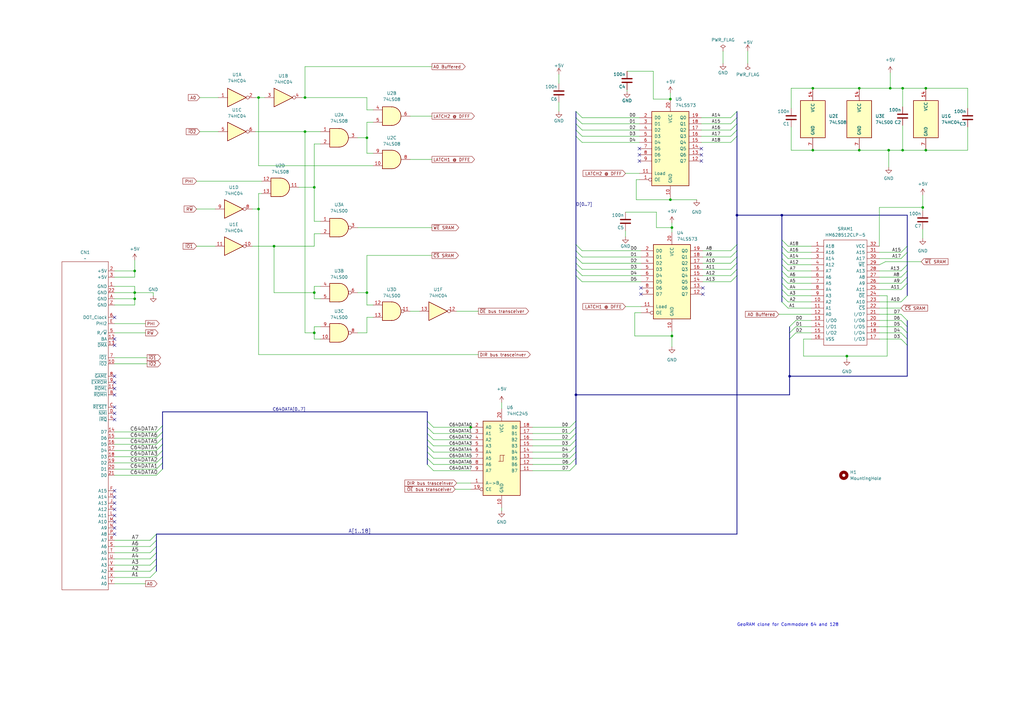
<source format=kicad_sch>
(kicad_sch (version 20231120) (generator "eeschema") (generator_version "8.0")
  (paper "A3")
  (title_block (title "GEORAM Clone") (date "2023-10-22") (rev "0") (company "Home Computer Group"))
  (junction (at 274.955 40.64))
  (junction (at 106.045 85.725))
  (junction (at 128.905 120.015))
  (junction (at 150.495 56.515))
  (junction (at 347.345 146.05))
  (junction (at 128.905 136.525))
  (junction (at 106.045 40.005))
  (junction (at 333.375 61.595))
  (junction (at 275.59 93.345))
  (junction (at 236.22 161.925))
  (junction (at 125.095 53.975))
  (junction (at 364.49 61.595))
  (junction (at 370.205 36.195))
  (junction (at 275.59 137.795))
  (junction (at 55.245 111.125))
  (junction (at 193.04 175.26))
  (junction (at 274.955 81.915))
  (junction (at 55.245 122.555))
  (junction (at 370.205 61.595))
  (junction (at 379.73 61.595))
  (junction (at 333.375 36.195))
  (junction (at 365.125 36.195))
  (junction (at 379.73 36.195))
  (junction (at 128.905 76.835))
  (junction (at 112.395 100.965))
  (junction (at 150.495 120.015))
  (junction (at 320.675 88.265))
  (junction (at 55.245 120.015))
  (junction (at 302.26 88.265))
  (junction (at 352.425 36.195))
  (junction (at 378.46 85.09))
  (junction (at 125.095 40.005))
  (junction (at 352.425 61.595))
  (junction (at 323.85 154.305))
  (no_connect (at 46.99 161.925))
  (no_connect (at 46.99 130.175))
  (no_connect (at 46.99 154.305))
  (no_connect (at 46.99 203.835))
  (no_connect (at 262.89 120.65))
  (no_connect (at 262.89 118.11))
  (no_connect (at 262.255 60.96))
  (no_connect (at 262.255 66.04))
  (no_connect (at 262.255 63.5))
  (no_connect (at 46.99 213.995))
  (no_connect (at 287.655 60.96))
  (no_connect (at 287.655 63.5))
  (no_connect (at 287.655 66.04))
  (no_connect (at 288.29 118.11))
  (no_connect (at 288.29 120.65))
  (no_connect (at 46.99 141.605))
  (no_connect (at 46.99 156.845))
  (no_connect (at 46.99 216.535))
  (no_connect (at 46.99 206.375))
  (no_connect (at 46.99 139.065))
  (no_connect (at 46.99 169.545))
  (no_connect (at 46.99 172.085))
  (no_connect (at 46.99 208.915))
  (no_connect (at 46.99 219.075))
  (no_connect (at 46.99 211.455))
  (no_connect (at 46.99 159.385))
  (no_connect (at 46.99 201.295))
  (no_connect (at 46.99 167.005))
  (bus_entry (at 233.68 182.88) (size 2.54 -2.54))
  (bus_entry (at 233.68 185.42) (size 2.54 -2.54))
  (bus_entry (at 233.68 177.8) (size 2.54 -2.54))
  (bus_entry (at 233.68 180.34) (size 2.54 -2.54))
  (bus_entry (at 233.68 175.26) (size 2.54 -2.54))
  (bus_entry (at 233.68 190.5) (size 2.54 -2.54))
  (bus_entry (at 233.68 187.96) (size 2.54 -2.54))
  (bus_entry (at 233.68 193.04) (size 2.54 -2.54))
  (bus_entry (at 236.22 113.03) (size 2.54 2.54))
  (bus_entry (at 64.135 194.945) (size 2.54 -2.54))
  (bus_entry (at 61.595 231.775) (size 2.54 -2.54))
  (bus_entry (at 64.135 187.325) (size 2.54 -2.54))
  (bus_entry (at 61.595 226.695) (size 2.54 -2.54))
  (bus_entry (at 299.72 50.8) (size 2.54 -2.54))
  (bus_entry (at 299.72 53.34) (size 2.54 -2.54))
  (bus_entry (at 299.72 55.88) (size 2.54 -2.54))
  (bus_entry (at 299.72 58.42) (size 2.54 -2.54))
  (bus_entry (at 299.72 48.26) (size 2.54 -2.54))
  (bus_entry (at 369.57 123.825) (size 2.54 -2.54))
  (bus_entry (at 61.595 234.315) (size 2.54 -2.54))
  (bus_entry (at 236.22 100.33) (size 2.54 2.54))
  (bus_entry (at 236.22 102.87) (size 2.54 2.54))
  (bus_entry (at 236.22 107.95) (size 2.54 2.54))
  (bus_entry (at 236.22 105.41) (size 2.54 2.54))
  (bus_entry (at 236.22 110.49) (size 2.54 2.54))
  (bus_entry (at 64.135 184.785) (size 2.54 -2.54))
  (bus_entry (at 326.39 133.985) (size -2.54 2.54))
  (bus_entry (at 61.595 221.615) (size 2.54 -2.54))
  (bus_entry (at 175.26 175.26) (size 2.54 2.54))
  (bus_entry (at 175.26 177.8) (size 2.54 2.54))
  (bus_entry (at 175.26 172.72) (size 2.54 2.54))
  (bus_entry (at 61.595 224.155) (size 2.54 -2.54))
  (bus_entry (at 64.135 179.705) (size 2.54 -2.54))
  (bus_entry (at 369.57 128.905) (size 2.54 2.54))
  (bus_entry (at 236.22 45.72) (size 2.54 2.54))
  (bus_entry (at 236.22 48.26) (size 2.54 2.54))
  (bus_entry (at 369.57 139.065) (size 2.54 2.54))
  (bus_entry (at 369.57 136.525) (size 2.54 2.54))
  (bus_entry (at 369.57 133.985) (size 2.54 2.54))
  (bus_entry (at 369.57 118.745) (size 2.54 -2.54))
  (bus_entry (at 369.57 116.205) (size 2.54 -2.54))
  (bus_entry (at 369.57 113.665) (size 2.54 -2.54))
  (bus_entry (at 369.57 103.505) (size 2.54 -2.54))
  (bus_entry (at 369.57 106.045) (size 2.54 -2.54))
  (bus_entry (at 320.675 100.965) (size 2.54 2.54))
  (bus_entry (at 320.675 103.505) (size 2.54 2.54))
  (bus_entry (at 320.675 98.425) (size 2.54 2.54))
  (bus_entry (at 320.675 106.045) (size 2.54 2.54))
  (bus_entry (at 320.675 123.825) (size 2.54 2.54))
  (bus_entry (at 320.675 116.205) (size 2.54 2.54))
  (bus_entry (at 320.675 118.745) (size 2.54 2.54))
  (bus_entry (at 320.675 121.285) (size 2.54 2.54))
  (bus_entry (at 320.675 108.585) (size 2.54 2.54))
  (bus_entry (at 320.675 111.125) (size 2.54 2.54))
  (bus_entry (at 320.675 113.665) (size 2.54 2.54))
  (bus_entry (at 326.39 136.525) (size -2.54 2.54))
  (bus_entry (at 61.595 236.855) (size 2.54 -2.54))
  (bus_entry (at 236.22 55.88) (size 2.54 2.54))
  (bus_entry (at 299.72 102.87) (size 2.54 -2.54))
  (bus_entry (at 299.72 105.41) (size 2.54 -2.54))
  (bus_entry (at 299.72 107.95) (size 2.54 -2.54))
  (bus_entry (at 299.72 110.49) (size 2.54 -2.54))
  (bus_entry (at 299.72 113.03) (size 2.54 -2.54))
  (bus_entry (at 299.72 115.57) (size 2.54 -2.54))
  (bus_entry (at 326.39 131.445) (size -2.54 2.54))
  (bus_entry (at 369.57 131.445) (size 2.54 2.54))
  (bus_entry (at 236.22 53.34) (size 2.54 2.54))
  (bus_entry (at 236.22 50.8) (size 2.54 2.54))
  (bus_entry (at 64.135 189.865) (size 2.54 -2.54))
  (bus_entry (at 61.595 229.235) (size 2.54 -2.54))
  (bus_entry (at 64.135 177.165) (size 2.54 -2.54))
  (bus_entry (at 369.57 111.125) (size 2.54 -2.54))
  (bus_entry (at 64.135 182.245) (size 2.54 -2.54))
  (bus_entry (at 64.135 192.405) (size 2.54 -2.54))
  (bus_entry (at 175.26 180.34) (size 2.54 2.54))
  (bus_entry (at 175.26 182.88) (size 2.54 2.54))
  (bus_entry (at 175.26 185.42) (size 2.54 2.54))
  (bus_entry (at 175.26 187.96) (size 2.54 2.54))
  (bus_entry (at 175.26 190.5) (size 2.54 2.54))
  (bus (pts (xy 64.135 229.235) (xy 64.135 226.695)))
  (wire (pts (xy 323.215 103.505) (xy 332.74 103.505)))
  (wire (pts (xy 55.245 117.475) (xy 55.245 120.015)))
  (wire (pts (xy 153.035 67.945) (xy 106.045 67.945)))
  (wire (pts (xy 218.44 177.8) (xy 233.68 177.8)))
  (wire (pts (xy 46.99 226.695) (xy 61.595 226.695)))
  (bus (pts (xy 302.26 55.88) (xy 302.26 88.265)))
  (wire (pts (xy 288.29 107.95) (xy 299.72 107.95)))
  (wire (pts (xy 46.99 113.665) (xy 55.245 113.665)))
  (wire (pts (xy 81.915 40.005) (xy 89.535 40.005)))
  (wire (pts (xy 370.205 61.595) (xy 379.73 61.595)))
  (wire (pts (xy 360.68 121.285) (xy 363.855 121.285)))
  (wire (pts (xy 326.39 136.525) (xy 332.74 136.525)))
  (wire (pts (xy 128.905 136.525) (xy 128.905 139.065)))
  (wire (pts (xy 347.345 146.05) (xy 329.565 146.05)))
  (wire (pts (xy 396.875 61.595) (xy 379.73 61.595)))
  (wire (pts (xy 347.345 146.05) (xy 363.855 146.05)))
  (bus (pts (xy 66.675 168.91) (xy 175.26 168.91)))
  (wire (pts (xy 238.76 115.57) (xy 262.89 115.57)))
  (bus (pts (xy 302.26 48.26) (xy 302.26 50.8)))
  (wire (pts (xy 55.245 106.68) (xy 55.245 111.125)))
  (wire (pts (xy 229.235 30.48) (xy 229.235 34.29)))
  (wire (pts (xy 46.99 229.235) (xy 61.595 229.235)))
  (bus (pts (xy 236.22 107.95) (xy 236.22 110.49)))
  (wire (pts (xy 323.215 123.825) (xy 332.74 123.825)))
  (bus (pts (xy 175.26 180.34) (xy 175.26 177.8)))
  (bus (pts (xy 302.26 50.8) (xy 302.26 53.34)))
  (wire (pts (xy 238.76 105.41) (xy 262.89 105.41)))
  (wire (pts (xy 80.645 74.295) (xy 107.315 74.295)))
  (wire (pts (xy 125.095 27.305) (xy 177.165 27.305)))
  (wire (pts (xy 46.99 194.945) (xy 64.135 194.945)))
  (wire (pts (xy 150.495 136.525) (xy 146.685 136.525)))
  (bus (pts (xy 236.22 182.88) (xy 236.22 185.42)))
  (bus (pts (xy 236.22 45.72) (xy 236.22 48.26)))
  (wire (pts (xy 323.215 111.125) (xy 332.74 111.125)))
  (wire (pts (xy 238.76 113.03) (xy 262.89 113.03)))
  (wire (pts (xy 177.8 193.04) (xy 193.04 193.04)))
  (wire (pts (xy 55.245 120.015) (xy 62.865 120.015)))
  (wire (pts (xy 106.045 67.945) (xy 106.045 40.005)))
  (wire (pts (xy 324.485 36.195) (xy 333.375 36.195)))
  (wire (pts (xy 146.685 56.515) (xy 150.495 56.515)))
  (bus (pts (xy 372.11 136.525) (xy 372.11 139.065)))
  (wire (pts (xy 150.495 56.515) (xy 150.495 62.865)))
  (bus (pts (xy 236.22 100.33) (xy 236.22 102.87)))
  (wire (pts (xy 46.99 136.525) (xy 59.69 136.525)))
  (wire (pts (xy 269.24 86.995) (xy 256.54 86.995)))
  (wire (pts (xy 360.68 133.985) (xy 369.57 133.985)))
  (wire (pts (xy 306.705 20.955) (xy 306.705 26.035)))
  (wire (pts (xy 326.39 133.985) (xy 332.74 133.985)))
  (bus (pts (xy 175.26 187.96) (xy 175.26 185.42)))
  (bus (pts (xy 320.675 103.505) (xy 320.675 106.045)))
  (wire (pts (xy 333.375 61.595) (xy 352.425 61.595)))
  (wire (pts (xy 274.955 81.28) (xy 274.955 81.915)))
  (wire (pts (xy 46.99 117.475) (xy 55.245 117.475)))
  (bus (pts (xy 302.26 53.34) (xy 302.26 55.88)))
  (bus (pts (xy 236.22 161.925) (xy 236.22 172.72)))
  (wire (pts (xy 288.29 102.87) (xy 299.72 102.87)))
  (bus (pts (xy 236.22 105.41) (xy 236.22 107.95)))
  (wire (pts (xy 218.44 193.04) (xy 233.68 193.04)))
  (wire (pts (xy 46.99 182.245) (xy 64.135 182.245)))
  (wire (pts (xy 360.68 113.665) (xy 369.57 113.665)))
  (wire (pts (xy 46.99 187.325) (xy 64.135 187.325)))
  (bus (pts (xy 372.11 113.665) (xy 372.11 116.205)))
  (bus (pts (xy 302.26 107.95) (xy 302.26 110.49)))
  (wire (pts (xy 260.35 128.27) (xy 260.35 137.795)))
  (wire (pts (xy 80.645 85.725) (xy 88.265 85.725)))
  (wire (pts (xy 323.215 106.045) (xy 332.74 106.045)))
  (wire (pts (xy 238.76 50.8) (xy 262.255 50.8)))
  (bus (pts (xy 320.675 106.045) (xy 320.675 108.585)))
  (bus (pts (xy 236.22 110.49) (xy 236.22 113.03)))
  (wire (pts (xy 55.245 111.125) (xy 55.245 113.665)))
  (wire (pts (xy 274.955 81.915) (xy 285.75 81.915)))
  (bus (pts (xy 236.22 50.8) (xy 236.22 53.34)))
  (wire (pts (xy 46.99 224.155) (xy 61.595 224.155)))
  (wire (pts (xy 168.275 65.405) (xy 177.165 65.405)))
  (wire (pts (xy 365.125 29.845) (xy 365.125 36.195)))
  (wire (pts (xy 287.655 53.34) (xy 299.72 53.34)))
  (wire (pts (xy 187.325 198.12) (xy 193.04 198.12)))
  (wire (pts (xy 128.905 117.475) (xy 128.905 120.015)))
  (wire (pts (xy 177.8 187.96) (xy 193.04 187.96)))
  (wire (pts (xy 238.76 58.42) (xy 262.255 58.42)))
  (bus (pts (xy 236.22 172.72) (xy 236.22 175.26)))
  (wire (pts (xy 238.76 107.95) (xy 262.89 107.95)))
  (wire (pts (xy 112.395 100.965) (xy 128.905 100.965)))
  (wire (pts (xy 104.775 53.975) (xy 125.095 53.975)))
  (wire (pts (xy 269.24 86.995) (xy 269.24 93.345)))
  (wire (pts (xy 256.54 125.73) (xy 262.89 125.73)))
  (bus (pts (xy 66.675 182.245) (xy 66.675 184.785)))
  (wire (pts (xy 125.095 136.525) (xy 128.905 136.525)))
  (wire (pts (xy 360.68 136.525) (xy 369.57 136.525)))
  (wire (pts (xy 360.68 131.445) (xy 369.57 131.445)))
  (bus (pts (xy 320.675 88.265) (xy 372.11 88.265)))
  (wire (pts (xy 324.485 52.07) (xy 324.485 61.595)))
  (wire (pts (xy 260.985 81.915) (xy 274.955 81.915)))
  (wire (pts (xy 46.99 221.615) (xy 61.595 221.615)))
  (wire (pts (xy 218.44 190.5) (xy 233.68 190.5)))
  (wire (pts (xy 107.315 79.375) (xy 106.045 79.375)))
  (wire (pts (xy 323.215 113.665) (xy 332.74 113.665)))
  (wire (pts (xy 378.46 93.98) (xy 378.46 97.79)))
  (wire (pts (xy 324.485 61.595) (xy 333.375 61.595)))
  (wire (pts (xy 177.8 185.42) (xy 193.04 185.42)))
  (wire (pts (xy 257.175 29.21) (xy 267.97 29.21)))
  (bus (pts (xy 302.26 105.41) (xy 302.26 107.95)))
  (bus (pts (xy 320.675 116.205) (xy 320.675 118.745)))
  (wire (pts (xy 131.445 59.055) (xy 128.905 59.055)))
  (wire (pts (xy 370.205 36.195) (xy 379.73 36.195)))
  (wire (pts (xy 46.99 192.405) (xy 64.135 192.405)))
  (wire (pts (xy 360.68 128.905) (xy 369.57 128.905)))
  (wire (pts (xy 205.74 208.28) (xy 205.74 209.55)))
  (wire (pts (xy 112.395 120.015) (xy 128.905 120.015)))
  (wire (pts (xy 323.215 116.205) (xy 332.74 116.205)))
  (bus (pts (xy 236.22 55.88) (xy 236.22 100.33)))
  (wire (pts (xy 168.275 127.635) (xy 172.085 127.635)))
  (wire (pts (xy 288.29 115.57) (xy 299.72 115.57)))
  (bus (pts (xy 372.11 108.585) (xy 372.11 111.125)))
  (wire (pts (xy 46.99 239.395) (xy 59.69 239.395)))
  (wire (pts (xy 125.095 53.975) (xy 125.095 136.525)))
  (bus (pts (xy 64.135 221.615) (xy 64.135 219.075)))
  (wire (pts (xy 287.655 58.42) (xy 299.72 58.42)))
  (wire (pts (xy 218.44 180.34) (xy 233.68 180.34)))
  (wire (pts (xy 287.655 48.26) (xy 299.72 48.26)))
  (bus (pts (xy 236.22 102.87) (xy 236.22 105.41)))
  (wire (pts (xy 370.205 36.195) (xy 370.205 43.815)))
  (bus (pts (xy 372.11 133.985) (xy 372.11 136.525)))
  (wire (pts (xy 238.76 48.26) (xy 262.255 48.26)))
  (wire (pts (xy 323.215 118.745) (xy 332.74 118.745)))
  (wire (pts (xy 333.375 36.195) (xy 352.425 36.195)))
  (wire (pts (xy 168.275 47.625) (xy 177.165 47.625)))
  (wire (pts (xy 360.68 123.825) (xy 369.57 123.825)))
  (bus (pts (xy 236.22 48.26) (xy 236.22 50.8)))
  (wire (pts (xy 104.775 40.005) (xy 106.045 40.005)))
  (wire (pts (xy 46.99 179.705) (xy 64.135 179.705)))
  (bus (pts (xy 175.26 182.88) (xy 175.26 180.34)))
  (bus (pts (xy 372.11 116.205) (xy 372.11 121.285)))
  (wire (pts (xy 153.035 50.165) (xy 150.495 50.165)))
  (wire (pts (xy 46.99 231.775) (xy 61.595 231.775)))
  (wire (pts (xy 125.095 27.305) (xy 125.095 40.005)))
  (bus (pts (xy 175.26 168.91) (xy 175.26 172.72)))
  (wire (pts (xy 256.54 94.615) (xy 256.54 97.155)))
  (wire (pts (xy 378.46 80.01) (xy 378.46 85.09)))
  (wire (pts (xy 193.04 175.26) (xy 177.8 175.26)))
  (wire (pts (xy 364.49 61.595) (xy 370.205 61.595)))
  (wire (pts (xy 218.44 182.88) (xy 233.68 182.88)))
  (wire (pts (xy 229.235 41.91) (xy 229.235 45.72)))
  (wire (pts (xy 267.97 40.64) (xy 274.955 40.64)))
  (wire (pts (xy 324.485 36.195) (xy 324.485 44.45)))
  (wire (pts (xy 360.68 111.125) (xy 369.57 111.125)))
  (wire (pts (xy 106.045 79.375) (xy 106.045 85.725)))
  (bus (pts (xy 236.22 53.34) (xy 236.22 55.88)))
  (bus (pts (xy 323.85 161.925) (xy 236.22 161.925)))
  (bus (pts (xy 236.22 187.96) (xy 236.22 190.5)))
  (wire (pts (xy 125.095 53.975) (xy 131.445 53.975)))
  (bus (pts (xy 64.135 224.155) (xy 64.135 221.615)))
  (wire (pts (xy 46.99 149.225) (xy 60.325 149.225)))
  (bus (pts (xy 320.675 111.125) (xy 320.675 113.665)))
  (wire (pts (xy 46.99 125.095) (xy 55.245 125.095)))
  (wire (pts (xy 46.99 111.125) (xy 55.245 111.125)))
  (bus (pts (xy 372.11 131.445) (xy 372.11 133.985)))
  (wire (pts (xy 150.495 62.865) (xy 153.035 62.865)))
  (wire (pts (xy 275.59 135.89) (xy 275.59 137.795)))
  (wire (pts (xy 177.8 190.5) (xy 193.04 190.5)))
  (wire (pts (xy 128.905 139.065) (xy 131.445 139.065)))
  (wire (pts (xy 287.655 55.88) (xy 299.72 55.88)))
  (wire (pts (xy 269.24 93.345) (xy 275.59 93.345)))
  (wire (pts (xy 329.565 146.05) (xy 329.565 139.065)))
  (wire (pts (xy 378.46 85.09) (xy 378.46 86.36)))
  (wire (pts (xy 363.22 107.315) (xy 360.68 108.585)))
  (wire (pts (xy 150.495 40.005) (xy 125.095 40.005)))
  (bus (pts (xy 302.26 45.72) (xy 302.26 48.26)))
  (wire (pts (xy 46.99 184.785) (xy 64.135 184.785)))
  (wire (pts (xy 106.045 85.725) (xy 106.045 145.415)))
  (wire (pts (xy 326.39 131.445) (xy 332.74 131.445)))
  (bus (pts (xy 64.135 219.075) (xy 302.26 219.075)))
  (wire (pts (xy 128.905 90.805) (xy 128.905 76.835)))
  (wire (pts (xy 360.68 85.09) (xy 360.68 100.965)))
  (wire (pts (xy 352.425 61.595) (xy 364.49 61.595)))
  (wire (pts (xy 363.22 107.315) (xy 377.825 107.315)))
  (bus (pts (xy 372.11 141.605) (xy 372.11 154.305)))
  (bus (pts (xy 236.22 113.03) (xy 236.22 161.925)))
  (wire (pts (xy 55.245 120.015) (xy 46.99 120.015)))
  (wire (pts (xy 360.68 118.745) (xy 369.57 118.745)))
  (bus (pts (xy 66.675 177.165) (xy 66.675 179.705)))
  (wire (pts (xy 150.495 120.015) (xy 150.495 125.095)))
  (wire (pts (xy 106.045 40.005) (xy 108.585 40.005)))
  (bus (pts (xy 66.675 189.865) (xy 66.675 192.405)))
  (bus (pts (xy 323.85 154.305) (xy 323.85 161.925)))
  (wire (pts (xy 131.445 133.985) (xy 128.905 133.985)))
  (wire (pts (xy 360.68 85.09) (xy 378.46 85.09)))
  (wire (pts (xy 46.99 236.855) (xy 61.595 236.855)))
  (bus (pts (xy 320.675 108.585) (xy 320.675 111.125)))
  (bus (pts (xy 372.11 103.505) (xy 372.11 108.585)))
  (wire (pts (xy 360.68 139.065) (xy 369.57 139.065)))
  (wire (pts (xy 46.99 189.865) (xy 64.135 189.865)))
  (bus (pts (xy 302.26 88.265) (xy 320.675 88.265)))
  (wire (pts (xy 267.97 29.21) (xy 267.97 40.64)))
  (bus (pts (xy 302.26 100.33) (xy 302.26 102.87)))
  (wire (pts (xy 256.54 71.12) (xy 262.255 71.12)))
  (wire (pts (xy 370.205 51.435) (xy 370.205 61.595)))
  (wire (pts (xy 46.99 234.315) (xy 61.595 234.315)))
  (wire (pts (xy 55.245 120.015) (xy 55.245 122.555)))
  (bus (pts (xy 323.85 154.305) (xy 372.11 154.305)))
  (wire (pts (xy 262.255 73.66) (xy 260.985 73.66)))
  (wire (pts (xy 262.89 128.27) (xy 260.35 128.27)))
  (wire (pts (xy 146.685 120.015) (xy 150.495 120.015)))
  (wire (pts (xy 153.035 130.175) (xy 150.495 130.175)))
  (wire (pts (xy 62.865 120.015) (xy 62.865 121.285)))
  (bus (pts (xy 66.675 174.625) (xy 66.675 177.165)))
  (bus (pts (xy 66.675 184.785) (xy 66.675 187.325)))
  (bus (pts (xy 372.11 139.065) (xy 372.11 141.605)))
  (bus (pts (xy 236.22 180.34) (xy 236.22 182.88)))
  (wire (pts (xy 187.325 127.635) (xy 196.215 127.635)))
  (wire (pts (xy 55.245 125.095) (xy 55.245 122.555)))
  (wire (pts (xy 288.29 113.03) (xy 299.72 113.03)))
  (bus (pts (xy 302.26 219.075) (xy 302.26 113.03)))
  (wire (pts (xy 46.99 132.715) (xy 59.69 132.715)))
  (bus (pts (xy 320.675 113.665) (xy 320.675 116.205)))
  (wire (pts (xy 396.875 36.195) (xy 396.875 44.45)))
  (wire (pts (xy 360.68 116.205) (xy 369.57 116.205)))
  (wire (pts (xy 323.215 126.365) (xy 332.74 126.365)))
  (bus (pts (xy 236.22 177.8) (xy 236.22 180.34)))
  (wire (pts (xy 128.905 120.015) (xy 128.905 122.555)))
  (wire (pts (xy 177.8 182.88) (xy 193.04 182.88)))
  (bus (pts (xy 66.675 168.91) (xy 66.675 174.625)))
  (wire (pts (xy 46.99 146.685) (xy 60.325 146.685)))
  (wire (pts (xy 186.69 200.66) (xy 193.04 200.66)))
  (wire (pts (xy 260.985 73.66) (xy 260.985 81.915)))
  (wire (pts (xy 238.76 110.49) (xy 262.89 110.49)))
  (wire (pts (xy 288.29 110.49) (xy 299.72 110.49)))
  (wire (pts (xy 150.495 130.175) (xy 150.495 136.525)))
  (wire (pts (xy 153.035 45.085) (xy 150.495 45.085)))
  (wire (pts (xy 131.445 90.805) (xy 128.905 90.805)))
  (wire (pts (xy 128.905 100.965) (xy 128.905 95.885)))
  (wire (pts (xy 128.905 133.985) (xy 128.905 136.525)))
  (bus (pts (xy 372.11 111.125) (xy 372.11 113.665)))
  (wire (pts (xy 218.44 175.26) (xy 233.68 175.26)))
  (wire (pts (xy 150.495 125.095) (xy 153.035 125.095)))
  (bus (pts (xy 66.675 187.325) (xy 66.675 189.865)))
  (bus (pts (xy 175.26 187.96) (xy 175.26 190.5)))
  (wire (pts (xy 193.04 177.8) (xy 177.8 177.8)))
  (wire (pts (xy 275.59 93.345) (xy 275.59 95.25)))
  (wire (pts (xy 150.495 45.085) (xy 150.495 40.005)))
  (bus (pts (xy 302.26 102.87) (xy 302.26 105.41)))
  (wire (pts (xy 360.68 103.505) (xy 369.57 103.505)))
  (wire (pts (xy 363.855 121.285) (xy 363.855 146.05)))
  (bus (pts (xy 64.135 226.695) (xy 64.135 224.155)))
  (wire (pts (xy 146.685 93.345) (xy 177.165 93.345)))
  (wire (pts (xy 106.045 85.725) (xy 103.505 85.725)))
  (wire (pts (xy 128.905 95.885) (xy 131.445 95.885)))
  (bus (pts (xy 323.85 139.065) (xy 323.85 154.305)))
  (bus (pts (xy 323.85 133.985) (xy 323.85 136.525)))
  (wire (pts (xy 238.76 55.88) (xy 262.255 55.88)))
  (bus (pts (xy 302.26 88.265) (xy 302.26 100.33)))
  (wire (pts (xy 218.44 185.42) (xy 233.68 185.42)))
  (wire (pts (xy 323.215 108.585) (xy 332.74 108.585)))
  (wire (pts (xy 360.68 126.365) (xy 369.57 126.365)))
  (wire (pts (xy 274.955 38.1) (xy 274.955 40.64)))
  (wire (pts (xy 106.045 145.415) (xy 196.215 145.415)))
  (wire (pts (xy 112.395 120.015) (xy 112.395 100.965)))
  (wire (pts (xy 205.74 165.1) (xy 205.74 167.64)))
  (wire (pts (xy 329.565 139.065) (xy 332.74 139.065)))
  (wire (pts (xy 46.99 177.165) (xy 64.135 177.165)))
  (bus (pts (xy 323.85 136.525) (xy 323.85 139.065)))
  (wire (pts (xy 260.35 137.795) (xy 275.59 137.795)))
  (wire (pts (xy 218.44 187.96) (xy 233.68 187.96)))
  (bus (pts (xy 64.135 231.775) (xy 64.135 229.235)))
  (wire (pts (xy 379.73 36.195) (xy 396.875 36.195)))
  (wire (pts (xy 396.875 52.07) (xy 396.875 61.595)))
  (wire (pts (xy 150.495 120.015) (xy 150.495 104.775)))
  (bus (pts (xy 372.11 88.265) (xy 372.11 100.965)))
  (wire (pts (xy 275.59 137.795) (xy 275.59 142.24)))
  (bus (pts (xy 320.675 88.265) (xy 320.675 98.425)))
  (bus (pts (xy 302.26 110.49) (xy 302.26 113.03)))
  (wire (pts (xy 193.675 175.26) (xy 193.04 175.26)))
  (wire (pts (xy 323.215 100.965) (xy 332.74 100.965)))
  (bus (pts (xy 175.26 185.42) (xy 175.26 182.88)))
  (wire (pts (xy 128.905 122.555) (xy 131.445 122.555)))
  (wire (pts (xy 125.095 40.005) (xy 123.825 40.005)))
  (wire (pts (xy 46.99 122.555) (xy 55.245 122.555)))
  (wire (pts (xy 177.8 180.34) (xy 193.04 180.34)))
  (bus (pts (xy 236.22 175.26) (xy 236.22 177.8)))
  (bus (pts (xy 236.22 185.42) (xy 236.22 187.96)))
  (wire (pts (xy 364.49 61.595) (xy 364.49 68.58)))
  (wire (pts (xy 238.76 53.34) (xy 262.255 53.34)))
  (bus (pts (xy 320.675 100.965) (xy 320.675 103.505)))
  (wire (pts (xy 365.125 36.195) (xy 370.205 36.195)))
  (bus (pts (xy 372.11 100.965) (xy 372.11 103.505)))
  (bus (pts (xy 175.26 177.8) (xy 175.26 175.26)))
  (wire (pts (xy 128.905 76.835) (xy 122.555 76.835)))
  (wire (pts (xy 347.345 147.32) (xy 347.345 146.05)))
  (wire (pts (xy 275.59 91.44) (xy 275.59 93.345)))
  (bus (pts (xy 64.135 234.315) (xy 64.135 231.775)))
  (bus (pts (xy 66.675 179.705) (xy 66.675 182.245)))
  (bus (pts (xy 320.675 98.425) (xy 320.675 100.965)))
  (wire (pts (xy 150.495 104.775) (xy 177.165 104.775)))
  (wire (pts (xy 150.495 50.165) (xy 150.495 56.515)))
  (wire (pts (xy 352.425 36.195) (xy 365.125 36.195)))
  (wire (pts (xy 238.76 102.87) (xy 262.89 102.87)))
  (wire (pts (xy 323.215 121.285) (xy 332.74 121.285)))
  (wire (pts (xy 103.505 100.965) (xy 112.395 100.965)))
  (wire (pts (xy 360.68 106.045) (xy 369.57 106.045)))
  (wire (pts (xy 296.545 20.955) (xy 296.545 26.035)))
  (wire (pts (xy 319.405 128.905) (xy 332.74 128.905)))
  (wire (pts (xy 257.175 37.465) (xy 257.175 36.83)))
  (wire (pts (xy 81.915 53.975) (xy 89.535 53.975)))
  (bus (pts (xy 320.675 121.285) (xy 320.675 123.825)))
  (wire (pts (xy 288.29 105.41) (xy 299.72 105.41)))
  (wire (pts (xy 80.645 100.965) (xy 88.265 100.965)))
  (wire (pts (xy 131.445 117.475) (xy 128.905 117.475)))
  (bus (pts (xy 175.26 175.26) (xy 175.26 172.72)))
  (bus (pts (xy 320.675 118.745) (xy 320.675 121.285)))
  (wire (pts (xy 128.905 59.055) (xy 128.905 76.835)))
  (wire (pts (xy 287.655 50.8) (xy 299.72 50.8)))
  (text "GeoRAM clone for Commodore 64 and 128" (at 302.26 257.048 0) (effects (font (size 1.27 1.27)) (justify left bottom)))
  (label "D7" (at 230.505 193.04 0))
  (label "C64DATA0" (at 53.34 194.945 0) (effects (font (size 1.524 1.524))))
  (label "A11" (at 369.062 118.745 180))
  (label "D6" (at 366.522 131.445 0))
  (label "A10" (at 289.56 107.95 0))
  (label "A16" (at 323.85 103.505 0))
  (label "A8" (at 289.56 102.87 0))
  (label "C64DATA7" (at 184.15 193.04 0))
  (label "C64DATA1" (at 184.15 177.8 0))
  (label "D5" (at 366.522 133.985 0))
  (label "D0" (at 258.572 102.87 0))
  (label "A6" (at 323.85 113.665 0))
  (label "D5" (at 258.572 115.57 0))
  (label "D2" (at 258.572 107.95 0))
  (label "C64DATA6" (at 53.34 179.705 0) (effects (font (size 1.524 1.524))))
  (label "D3" (at 366.522 139.065 0))
  (label "C64DATA3" (at 53.34 187.325 0) (effects (font (size 1.524 1.524))))
  (label "A7" (at 53.975 221.615 0) (effects (font (size 1.524 1.524))))
  (label "A4" (at 53.975 229.235 0) (effects (font (size 1.524 1.524))))
  (label "A1" (at 323.596 126.365 0))
  (label "D6" (at 230.505 190.5 0))
  (label "D5" (at 230.505 187.96 0))
  (label "D2" (at 326.39 136.525 0))
  (label "A14" (at 323.85 106.045 0))
  (label "A3" (at 323.85 121.285 0))
  (label "A9" (at 369.062 116.205 180))
  (label "A14" (at 291.846 48.26 0))
  (label "A13" (at 368.935 111.125 180))
  (label "D4" (at 230.378 185.42 0))
  (label "A3" (at 53.975 231.775 0) (effects (font (size 1.524 1.524))))
  (label "A9" (at 289.56 105.41 0))
  (label "A[1..18]" (at 142.875 219.075 0) (effects (font (size 1.524 1.524))))
  (label "A16" (at 291.846 53.34 0))
  (label "A5" (at 323.85 116.205 0))
  (label "C64DATA0" (at 184.15 175.26 0))
  (label "C64DATA3" (at 184.15 182.88 0))
  (label "D7" (at 366.522 128.905 0))
  (label "A15" (at 369.57 103.505 180))
  (label "D1" (at 258.064 50.8 0))
  (label "D0" (at 326.39 131.445 0))
  (label "D3" (at 258.064 55.88 0))
  (label "A10" (at 369.062 123.825 180))
  (label "C64DATA7" (at 53.34 177.165 0) (effects (font (size 1.524 1.524))))
  (label "A18" (at 291.846 58.42 0))
  (label "D3" (at 230.378 182.88 0))
  (label "A15" (at 291.846 50.8 0))
  (label "D0" (at 230.378 175.26 0))
  (label "C64DATA1" (at 53.34 192.405 0) (effects (font (size 1.524 1.524))))
  (label "D3" (at 258.572 110.49 0))
  (label "A2" (at 53.975 234.315 0) (effects (font (size 1.524 1.524))))
  (label "A4" (at 323.85 118.745 0))
  (label "D[0..7]" (at 236.22 84.836 0))
  (label "A7" (at 323.85 111.125 0))
  (label "D4" (at 258.572 113.03 0))
  (label "D2" (at 258.064 53.34 0))
  (label "A6" (at 53.975 224.155 0) (effects (font (size 1.524 1.524))))
  (label "D0" (at 258.064 48.26 0))
  (label "A11" (at 289.56 110.49 0))
  (label "A2" (at 323.85 123.825 0))
  (label "A17" (at 291.846 55.88 0))
  (label "D1" (at 326.39 133.985 0))
  (label "A17" (at 369.57 106.045 180))
  (label "C64DATA4" (at 184.15 185.42 0))
  (label "C64DATA5" (at 184.15 187.96 0))
  (label "C64DATA2" (at 53.34 189.865 0) (effects (font (size 1.524 1.524))))
  (label "A18" (at 323.85 100.965 0))
  (label "A12" (at 323.85 108.585 0))
  (label "D4" (at 258.064 58.42 0))
  (label "C64DATA6" (at 184.15 190.5 0))
  (label "A8" (at 368.935 113.665 180))
  (label "D2" (at 230.378 180.34 0))
  (label "C64DATA4" (at 53.34 184.785 0) (effects (font (size 1.524 1.524))))
  (label "A5" (at 53.975 226.695 0) (effects (font (size 1.524 1.524))))
  (label "D1" (at 258.572 105.41 0))
  (label "A1" (at 53.975 236.855 0) (effects (font (size 1.524 1.524))))
  (label "A12" (at 289.56 113.03 0))
  (label "C64DATA[0..7]" (at 111.76 168.91 0))
  (label "D4" (at 366.522 136.525 0))
  (label "C64DATA2" (at 184.15 180.34 0))
  (label "A13" (at 289.56 115.57 0))
  (label "D1" (at 230.378 177.8 0))
  (label "C64DATA5" (at 53.34 182.245 0) (effects (font (size 1.524 1.524))))
  (global_label "PHI" (shape input) (at 80.645 74.295 180) (property "Intersheetrefs" "${INTERSHEET_REFS}" (effects (hide yes))))
  (global_label "LATCH2 @ DFFF" (shape input) (at 256.54 71.12 180) (property "Intersheetrefs" "${INTERSHEET_REFS}" (effects (hide yes))))
  (global_label "LATCH1 @ DFFE" (shape output) (at 177.165 65.405 0) (property "Intersheetrefs" "${INTERSHEET_REFS}" (effects (hide yes))))
  (global_label "~{IO2}" (shape input) (at 81.915 53.975 180) (property "Intersheetrefs" "${INTERSHEET_REFS}" (effects (hide yes))))
  (global_label "A0" (shape input) (at 81.915 40.005 180) (property "Intersheetrefs" "${INTERSHEET_REFS}" (effects (hide yes))))
  (global_label "~{IO2}" (shape output) (at 60.325 149.225 0) (property "Intersheetrefs" "${INTERSHEET_REFS}" (effects (hide yes))))
  (global_label "~{WE} SRAM" (shape output) (at 177.165 93.345 0) (property "Intersheetrefs" "${INTERSHEET_REFS}" (effects (hide yes))))
  (global_label "A0 Buffered" (shape output) (at 177.165 27.305 0) (property "Intersheetrefs" "${INTERSHEET_REFS}" (effects (hide yes))))
  (global_label "~{IO1}" (shape output) (at 60.325 146.685 0) (property "Intersheetrefs" "${INTERSHEET_REFS}" (effects (hide yes))))
  (global_label "A0" (shape output) (at 59.69 239.395 0) (property "Intersheetrefs" "${INTERSHEET_REFS}" (effects (hide yes))))
  (global_label "R~{W}" (shape output) (at 59.69 136.525 0) (property "Intersheetrefs" "${INTERSHEET_REFS}" (effects (hide yes))))
  (global_label "~{IO1}" (shape input) (at 80.645 100.965 180) (property "Intersheetrefs" "${INTERSHEET_REFS}" (effects (hide yes))))
  (global_label "~{CS} SRAM" (shape input) (at 369.57 126.365 0) (property "Intersheetrefs" "${INTERSHEET_REFS}" (effects (hide yes))))
  (global_label "R~{W}" (shape input) (at 80.645 85.725 180) (property "Intersheetrefs" "${INTERSHEET_REFS}" (effects (hide yes))))
  (global_label "LATCH1 @ DFFE" (shape input) (at 256.54 125.73 180) (property "Intersheetrefs" "${INTERSHEET_REFS}" (effects (hide yes))))
  (global_label "~{OE} bus transceiver" (shape output) (at 196.215 127.635 0) (property "Intersheetrefs" "${INTERSHEET_REFS}" (effects (hide yes))))
  (global_label "LATCH2 @ DFFF" (shape output) (at 177.165 47.625 0) (property "Intersheetrefs" "${INTERSHEET_REFS}" (effects (hide yes))))
  (global_label "A0 Buffered" (shape input) (at 319.405 128.905 180) (property "Intersheetrefs" "${INTERSHEET_REFS}" (effects (hide yes))))
  (global_label "~{OE} bus transceiver" (shape input) (at 186.69 200.66 180) (property "Intersheetrefs" "${INTERSHEET_REFS}" (effects (hide yes))))
  (global_label "DIR bus trasceinver" (shape output) (at 196.215 145.415 0) (property "Intersheetrefs" "${INTERSHEET_REFS}" (effects (hide yes))))
  (global_label "~{WE} SRAM" (shape input) (at 377.825 107.315 0) (property "Intersheetrefs" "${INTERSHEET_REFS}" (effects (hide yes))))
  (global_label "DIR bus trasceinver" (shape input) (at 187.325 198.12 180) (property "Intersheetrefs" "${INTERSHEET_REFS}" (effects (hide yes))))
  (global_label "PHI" (shape output) (at 59.69 132.715 0) (property "Intersheetrefs" "${INTERSHEET_REFS}" (effects (hide yes))))
  (global_label "~{CS} SRAM" (shape output) (at 177.165 104.775 0) (property "Intersheetrefs" "${INTERSHEET_REFS}" (effects (hide yes))))
  (symbol (lib_id "OpenC64Cart-rescue:C") (at 229.235 38.1 180) (unit 1)
    (property "Reference" "C6" (at 228.6 40.64 0) (effects (justify left)))
    (property "Value" "100n" (at 228.6 35.56 0) (effects (justify left)))
    (property "Footprint" "Capacitor_THT:C_Disc_D3.0mm_W1.6mm_P2.50mm" (effects (hide yes)))
  )
  (symbol (lib_id "OpenC64Cart-rescue:GND") (at 229.235 45.72 0) (unit 1)
    (property "Reference" "#PWR01" (effects (hide yes)))
    (property "Value" "GND" (at 229.235 49.53 0))
  )
  (symbol (lib_id "OpenC64Cart-rescue:+5V") (at 229.235 30.48 0) (unit 1)
    (property "Reference" "#PWR02" (effects (hide yes)))
    (property "Value" "+5V" (at 229.235 26.924 0))
  )
  (symbol (lib_id "OpenC64Cart-rescue:+5V") (at 306.705 20.955 0) (unit 1)
    (property "Reference" "#PWR03" (effects (hide yes)))
    (property "Value" "+5V" (at 306.705 17.399 0))
  )
  (symbol (lib_id "OpenC64Cart-rescue:GND") (at 296.545 26.035 0) (unit 1)
    (property "Reference" "#PWR04" (effects (hide yes)))
    (property "Value" "GND" (at 296.545 29.845 0))
  )
  (symbol (lib_id "OpenC64Cart-rescue:PWR_FLAG") (at 296.545 20.955 0) (unit 1)
    (property "Reference" "#FLG05" (effects (hide yes)))
    (property "Value" "PWR_FLAG" (at 296.545 16.383 0))
  )
  (symbol (lib_id "OpenC64Cart-rescue:PWR_FLAG") (at 306.705 26.035 180) (unit 1)
    (property "Reference" "#FLG06" (effects (hide yes)))
    (property "Value" "PWR_FLAG" (at 306.705 30.607 0))
  )
  (symbol (lib_id "OpenC64Cart-rescue:+5V") (at 55.245 106.68 0) (unit 1)
    (property "Reference" "#PWR06" (effects (hide yes)))
    (property "Value" "+5V" (at 55.245 102.108 0))
  )
  (symbol (lib_id "74xx:74LS573") (at 274.955 60.96 0) (unit 1) (in_bom no)
    (property "Reference" "U5" (at 276.9744 40.64 0) (effects (justify left)))
    (property "Value" "74LS573" (at 276.9744 43.18 0) (effects (justify left)))
    (property "Footprint" "Package_DIP:DIP-20_W7.62mm" (effects (hide yes)))
    (property "Datasheet" "74xx/74hc573.pdf" (effects (hide yes)))
  )
  (symbol (lib_id "OpenC64Cart-rescue:+5V") (at 365.125 29.845 0) (unit 1)
    (property "Reference" "#PWR0112" (effects (hide yes)))
    (property "Value" "+5V" (at 365.125 24.511 0))
  )
  (symbol (lib_id "74xx:74HC04") (at 179.705 127.635 0) (unit 6)
    (property "Reference" "U1" (at 179.705 118.745 0))
    (property "Value" "74HC04" (at 179.705 121.285 0))
    (property "Footprint" "Package_DIP:DIP-14_W7.62mm" (effects (hide yes)))
    (property "Datasheet" "https://assets.nexperia.com/documents/data-sheet/74HC_HCT04.pdf" (effects (hide yes)))
  )
  (symbol (lib_id "74xx:74LS00") (at 139.065 120.015 0) (unit 2)
    (property "Reference" "U3" (at 139.065 111.125 0))
    (property "Value" "74LS00" (at 139.065 113.665 0))
    (property "Footprint" "Package_DIP:DIP-14_W7.62mm" (effects (hide yes)))
    (property "Datasheet" "http://www.ti.com/lit/gpn/sn74ls00" (effects (hide yes)))
  )
  (symbol (lib_id "OpenC64Cart-rescue:GND") (at 275.59 142.24 0) (unit 1)
    (property "Reference" "#PWR0106" (effects (hide yes)))
    (property "Value" "GND" (at 275.59 147.574 0))
  )
  (symbol (lib_id "74xx:74HC04") (at 379.73 48.895 0) (unit 7)
    (property "Reference" "U1" (at 386.08 47.6249 0) (effects (justify left)))
    (property "Value" "74HC04" (at 386.08 50.1649 0) (effects (justify left)))
    (property "Footprint" "Package_DIP:DIP-14_W7.62mm" (effects (hide yes)))
    (property "Datasheet" "https://assets.nexperia.com/documents/data-sheet/74HC_HCT04.pdf" (effects (hide yes)))
  )
  (symbol (lib_id "OpenC64Cart-rescue:C") (at 396.875 48.26 180) (unit 1)
    (property "Reference" "C3" (at 396.24 50.8 0) (effects (justify left)))
    (property "Value" "100n" (at 396.24 45.72 0) (effects (justify left)))
    (property "Footprint" "Capacitor_THT:C_Disc_D3.0mm_W1.6mm_P2.50mm" (effects (hide yes)))
  )
  (symbol (lib_id "Mechanical:MountingHole") (at 346.075 194.945 0) (unit 1)
    (property "Reference" "H1" (at 348.615 193.6749 0) (effects (justify left)))
    (property "Value" "MountingHole" (at 348.615 196.2149 0) (effects (justify left)))
    (property "Footprint" "MountingHole:MountingHole_5.5mm" (effects (hide yes)))
  )
  (symbol (lib_id "OpenC64Cart-rescue:GND") (at 378.46 97.79 0) (unit 1)
    (property "Reference" "#PWR0116" (effects (hide yes)))
    (property "Value" "GND" (at 378.46 102.87 0))
  )
  (symbol (lib_id "OpenC64Cart-rescue:C") (at 256.54 90.805 180) (unit 1)
    (property "Reference" "C5" (at 255.905 93.345 0) (effects (justify left)))
    (property "Value" "100n" (at 255.905 88.265 0) (effects (justify left)))
    (property "Footprint" "Capacitor_THT:C_Disc_D3.0mm_W1.6mm_P2.50mm" (effects (hide yes)))
  )
  (symbol (lib_id "OpenC64Cart-rescue:GND") (at 285.75 81.915 0) (unit 1)
    (property "Reference" "#PWR0101" (effects (hide yes)))
    (property "Value" "GND" (at 285.75 86.995 0))
  )
  (symbol (lib_id "74xx:74LS00") (at 352.425 48.895 0) (unit 5)
    (property "Reference" "U3" (at 359.029 47.6249 0) (effects (justify left)))
    (property "Value" "74LS00" (at 359.029 50.1649 0) (effects (justify left)))
    (property "Footprint" "Package_DIP:DIP-14_W7.62mm" (effects (hide yes)))
    (property "Datasheet" "http://www.ti.com/lit/gpn/sn74ls00" (effects (hide yes)))
  )
  (symbol (lib_id "OpenC64Cart-rescue:GND") (at 347.345 147.32 0) (unit 1)
    (property "Reference" "#PWR0110" (effects (hide yes)))
    (property "Value" "GND" (at 347.345 152.4 0))
  )
  (symbol (lib_id "HGC_Connectors_edge:C64_Cartridge_Expansion") (at 35.56 189.865 0) (unit 1)
    (property "Reference" "CN1" (at 34.925 103.505 0))
    (property "Value" "~" (at 34.925 106.045 0))
    (property "Footprint" "HomeComputerGroup_FootPrintEdgeConnectors:C64 Cartridge Expansion" (effects (hide yes)))
  )
  (symbol (lib_id "OpenC64Cart-rescue:+5V") (at 378.46 80.01 0) (unit 1)
    (property "Reference" "#PWR0111" (effects (hide yes)))
    (property "Value" "+5V" (at 378.46 75.438 0))
  )
  (symbol (lib_id "74xx:74LS08") (at 333.375 48.895 0) (unit 5)
    (property "Reference" "U2" (at 339.979 47.6249 0) (effects (justify left)))
    (property "Value" "74LS08" (at 339.979 50.1649 0) (effects (justify left)))
    (property "Footprint" "Package_DIP:DIP-14_W7.62mm" (effects (hide yes)))
    (property "Datasheet" "http://www.ti.com/lit/gpn/sn74LS08" (effects (hide yes)))
  )
  (symbol (lib_id "74xx:74HC04") (at 95.885 100.965 0) (unit 5)
    (property "Reference" "U1" (at 95.885 92.075 0))
    (property "Value" "74HC04" (at 95.885 94.615 0))
    (property "Footprint" "Package_DIP:DIP-14_W7.62mm" (effects (hide yes)))
    (property "Datasheet" "https://assets.nexperia.com/documents/data-sheet/74HC_HCT04.pdf" (effects (hide yes)))
  )
  (symbol (lib_id "OpenC64Cart-rescue:GND") (at 205.74 209.55 0) (unit 1)
    (property "Reference" "#PWR0103" (effects (hide yes)))
    (property "Value" "GND" (at 205.74 214.122 0))
  )
  (symbol (lib_id "OpenC64Cart-rescue:+5V") (at 205.74 165.1 0) (unit 1)
    (property "Reference" "#PWR0104" (effects (hide yes)))
    (property "Value" "+5V" (at 205.74 159.512 0))
  )
  (symbol (lib_id "OpenC64Cart-rescue:GND") (at 62.865 121.285 0) (unit 1)
    (property "Reference" "#PWR05" (effects (hide yes)))
    (property "Value" "GND" (at 62.865 118.745 0))
  )
  (symbol (lib_id "74xx:74HC04") (at 97.155 40.005 0) (unit 1)
    (property "Reference" "U1" (at 97.155 30.607 0))
    (property "Value" "74HC04" (at 97.155 33.147 0))
    (property "Footprint" "Package_DIP:DIP-14_W7.62mm" (effects (hide yes)))
    (property "Datasheet" "https://assets.nexperia.com/documents/data-sheet/74HC_HCT04.pdf" (effects (hide yes)))
  )
  (symbol (lib_id "74xx:74LS00") (at 139.065 136.525 0) (unit 3)
    (property "Reference" "U3" (at 139.065 127.635 0))
    (property "Value" "74LS00" (at 139.065 130.175 0))
    (property "Footprint" "Package_DIP:DIP-14_W7.62mm" (effects (hide yes)))
    (property "Datasheet" "http://www.ti.com/lit/gpn/sn74ls00" (effects (hide yes)))
  )
  (symbol (lib_id "74xx:74LS08") (at 160.655 65.405 0) (unit 3)
    (property "Reference" "U2" (at 160.655 56.515 0))
    (property "Value" "74LS08" (at 160.655 59.055 0))
    (property "Footprint" "Package_DIP:DIP-14_W7.62mm" (effects (hide yes)))
    (property "Datasheet" "http://www.ti.com/lit/gpn/sn74LS08" (effects (hide yes)))
  )
  (symbol (lib_id "OpenC64Cart-rescue:C") (at 257.175 33.02 180) (unit 1)
    (property "Reference" "C4" (at 256.54 35.56 0) (effects (justify left)))
    (property "Value" "100n" (at 256.54 30.48 0) (effects (justify left)))
    (property "Footprint" "Capacitor_THT:C_Disc_D3.0mm_W1.6mm_P2.50mm" (effects (hide yes)))
  )
  (symbol (lib_id "74xx:74HC04") (at 116.205 40.005 0) (unit 2)
    (property "Reference" "U1" (at 116.205 31.115 0))
    (property "Value" "74HC04" (at 116.205 33.655 0))
    (property "Footprint" "Package_DIP:DIP-14_W7.62mm" (effects (hide yes)))
    (property "Datasheet" "https://assets.nexperia.com/documents/data-sheet/74HC_HCT04.pdf" (effects (hide yes)))
  )
  (symbol (lib_id "74xx:74HC04") (at 95.885 85.725 0) (unit 4)
    (property "Reference" "U1" (at 95.885 76.835 0))
    (property "Value" "74HC04" (at 95.885 79.375 0))
    (property "Footprint" "Package_DIP:DIP-14_W7.62mm" (effects (hide yes)))
    (property "Datasheet" "https://assets.nexperia.com/documents/data-sheet/74HC_HCT04.pdf" (effects (hide yes)))
  )
  (symbol (lib_id "74xx:74HC245") (at 205.74 187.96 0) (unit 1)
    (property "Reference" "U6" (at 207.7594 167.132 0) (effects (justify left)))
    (property "Value" "74HC245" (at 207.7594 169.672 0) (effects (justify left)))
    (property "Footprint" "Package_DIP:DIP-20_W7.62mm" (effects (hide yes)))
    (property "Datasheet" "http://www.ti.com/lit/gpn/sn74HC245" (effects (hide yes)))
  )
  (symbol (lib_id "OpenC64Cart-rescue:GND") (at 257.175 37.465 0) (unit 1)
    (property "Reference" "#PWR0114" (effects (hide yes)))
    (property "Value" "GND" (at 257.175 41.275 0))
  )
  (symbol (lib_id "74xx:74LS00") (at 160.655 127.635 0) (unit 4)
    (property "Reference" "U3" (at 160.655 118.745 0))
    (property "Value" "74LS00" (at 160.655 121.285 0))
    (property "Footprint" "Package_DIP:DIP-14_W7.62mm" (effects (hide yes)))
    (property "Datasheet" "http://www.ti.com/lit/gpn/sn74ls00" (effects (hide yes)))
  )
  (symbol (lib_id "OpenC64Cart-rescue:GND") (at 364.49 68.58 0) (unit 1)
    (property "Reference" "#PWR0113" (effects (hide yes)))
    (property "Value" "GND" (at 364.49 73.152 0))
  )
  (symbol (lib_id "OpenC64Cart-rescue:C") (at 378.46 90.17 180) (unit 1)
    (property "Reference" "C7" (at 377.825 92.71 0) (effects (justify left)))
    (property "Value" "100n" (at 377.825 87.63 0) (effects (justify left)))
    (property "Footprint" "Capacitor_THT:C_Disc_D3.0mm_W1.6mm_P2.50mm" (effects (hide yes)))
  )
  (symbol (lib_id "74xx:74HC04") (at 97.155 53.975 0) (unit 3)
    (property "Reference" "U1" (at 97.155 45.085 0))
    (property "Value" "74HC04" (at 97.155 47.625 0))
    (property "Footprint" "Package_DIP:DIP-14_W7.62mm" (effects (hide yes)))
    (property "Datasheet" "https://assets.nexperia.com/documents/data-sheet/74HC_HCT04.pdf" (effects (hide yes)))
  )
  (symbol (lib_id "74xx:74LS08") (at 160.655 47.625 0) (unit 2)
    (property "Reference" "U2" (at 160.655 38.227 0))
    (property "Value" "74LS08" (at 160.655 40.767 0))
    (property "Footprint" "Package_DIP:DIP-14_W7.62mm" (effects (hide yes)))
    (property "Datasheet" "http://www.ti.com/lit/gpn/sn74LS08" (effects (hide yes)))
  )
  (symbol (lib_id "OpenC64Cart-rescue:GND") (at 256.54 97.155 0) (unit 1)
    (property "Reference" "#PWR0115" (effects (hide yes)))
    (property "Value" "GND" (at 256.54 100.965 0))
  )
  (symbol (lib_id "74xx:74LS08") (at 114.935 76.835 0) (unit 4)
    (property "Reference" "U2" (at 114.935 67.945 0))
    (property "Value" "74LS08" (at 114.935 70.485 0))
    (property "Footprint" "Package_DIP:DIP-14_W7.62mm" (effects (hide yes)))
    (property "Datasheet" "http://www.ti.com/lit/gpn/sn74LS08" (effects (hide yes)))
  )
  (symbol (lib_id "OpenC64Cart-rescue:+5V") (at 274.955 38.1 0) (unit 1)
    (property "Reference" "#PWR0102" (effects (hide yes)))
    (property "Value" "+5V" (at 274.955 33.528 0))
  )
  (symbol (lib_id "OpenC64Cart-rescue:C") (at 370.205 47.625 180) (unit 1)
    (property "Reference" "C2" (at 369.57 50.165 0) (effects (justify left)))
    (property "Value" "100n" (at 369.57 45.085 0) (effects (justify left)))
    (property "Footprint" "Capacitor_THT:C_Disc_D3.0mm_W1.6mm_P2.50mm" (effects (hide yes)))
  )
  (symbol (lib_id "74xx:74LS00") (at 139.065 93.345 0) (unit 1)
    (property "Reference" "U3" (at 139.065 83.947 0))
    (property "Value" "74LS00" (at 139.065 86.487 0))
    (property "Footprint" "Package_DIP:DIP-14_W7.62mm" (effects (hide yes)))
    (property "Datasheet" "http://www.ti.com/lit/gpn/sn74ls00" (effects (hide yes)))
  )
  (symbol (lib_id "OpenC64Cart-rescue:C") (at 324.485 48.26 180) (unit 1)
    (property "Reference" "C1" (at 323.85 50.8 0) (effects (justify left)))
    (property "Value" "100n" (at 323.85 45.72 0) (effects (justify left)))
    (property "Footprint" "Capacitor_THT:C_Disc_D3.0mm_W1.6mm_P2.50mm" (effects (hide yes)))
  )
  (symbol (lib_name "HM628512CLP-5_1") (lib_id "Memory_RAM:HM628512CLP-5") (at 332.74 100.965 0) (unit 1)
    (property "Reference" "SRAM1" (at 346.71 93.853 0))
    (property "Value" "HM628512CLP-5" (at 346.71 96.393 0))
    (property "Footprint" "Package_DIP:DIP-32_W15.24mm" (effects (hide yes)))
    (property "Datasheet" "http://www.datasheetcatalog.com/datasheets_pdf/H/M/6/2/HM628512CLFP-5.shtml" (effects (hide yes)))
    (property "Description" "4 M SRAM (512-kword  8-bit)" (effects (hide yes)))
    (property "Height" "5.08" (effects (hide yes)))
    (property "Manufacturer_Name" "HITACHI" (effects (hide yes)))
    (property "Manufacturer_Part_Number" "HM628512CLP-5" (effects (hide yes)))
  )
  (symbol (lib_id "74xx:74LS573") (at 275.59 115.57 0) (unit 1)
    (property "Reference" "U4" (at 277.6094 95.504 0) (effects (justify left)))
    (property "Value" "74LS573" (at 277.6094 98.044 0) (effects (justify left)))
    (property "Footprint" "Package_DIP:DIP-20_W7.62mm" (effects (hide yes)))
    (property "Datasheet" "74xx/74hc573.pdf" (effects (hide yes)))
  )
  (symbol (lib_id "OpenC64Cart-rescue:+5V") (at 275.59 91.44 0) (unit 1)
    (property "Reference" "#PWR0105" (effects (hide yes)))
    (property "Value" "+5V" (at 275.59 86.614 0))
  )
  (symbol (lib_id "74xx:74LS08") (at 139.065 56.515 0) (unit 1)
    (property "Reference" "U2" (at 139.065 47.117 0))
    (property "Value" "74LS08" (at 139.065 49.657 0))
    (property "Footprint" "Package_DIP:DIP-14_W7.62mm" (effects (hide yes)))
    (property "Datasheet" "http://www.ti.com/lit/gpn/sn74LS08" (effects (hide yes)))
  )
)
</source>
